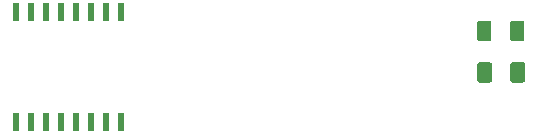
<source format=gbr>
G04 #@! TF.GenerationSoftware,KiCad,Pcbnew,5.0.2+dfsg1-1*
G04 #@! TF.CreationDate,2021-10-12T12:34:50+05:30*
G04 #@! TF.ProjectId,KEYBORD_PCB_V1,4b455942-4f52-4445-9f50-43425f56312e,rev?*
G04 #@! TF.SameCoordinates,Original*
G04 #@! TF.FileFunction,Paste,Bot*
G04 #@! TF.FilePolarity,Positive*
%FSLAX46Y46*%
G04 Gerber Fmt 4.6, Leading zero omitted, Abs format (unit mm)*
G04 Created by KiCad (PCBNEW 5.0.2+dfsg1-1) date Tue 12 Oct 2021 12:34:50 PM IST*
%MOMM*%
%LPD*%
G01*
G04 APERTURE LIST*
%ADD10C,0.100000*%
%ADD11C,1.250000*%
%ADD12R,0.600000X1.500000*%
G04 APERTURE END LIST*
D10*
G04 #@! TO.C,R2*
G36*
X109439504Y-41716204D02*
X109463773Y-41719804D01*
X109487571Y-41725765D01*
X109510671Y-41734030D01*
X109532849Y-41744520D01*
X109553893Y-41757133D01*
X109573598Y-41771747D01*
X109591777Y-41788223D01*
X109608253Y-41806402D01*
X109622867Y-41826107D01*
X109635480Y-41847151D01*
X109645970Y-41869329D01*
X109654235Y-41892429D01*
X109660196Y-41916227D01*
X109663796Y-41940496D01*
X109665000Y-41965000D01*
X109665000Y-43215000D01*
X109663796Y-43239504D01*
X109660196Y-43263773D01*
X109654235Y-43287571D01*
X109645970Y-43310671D01*
X109635480Y-43332849D01*
X109622867Y-43353893D01*
X109608253Y-43373598D01*
X109591777Y-43391777D01*
X109573598Y-43408253D01*
X109553893Y-43422867D01*
X109532849Y-43435480D01*
X109510671Y-43445970D01*
X109487571Y-43454235D01*
X109463773Y-43460196D01*
X109439504Y-43463796D01*
X109415000Y-43465000D01*
X108665000Y-43465000D01*
X108640496Y-43463796D01*
X108616227Y-43460196D01*
X108592429Y-43454235D01*
X108569329Y-43445970D01*
X108547151Y-43435480D01*
X108526107Y-43422867D01*
X108506402Y-43408253D01*
X108488223Y-43391777D01*
X108471747Y-43373598D01*
X108457133Y-43353893D01*
X108444520Y-43332849D01*
X108434030Y-43310671D01*
X108425765Y-43287571D01*
X108419804Y-43263773D01*
X108416204Y-43239504D01*
X108415000Y-43215000D01*
X108415000Y-41965000D01*
X108416204Y-41940496D01*
X108419804Y-41916227D01*
X108425765Y-41892429D01*
X108434030Y-41869329D01*
X108444520Y-41847151D01*
X108457133Y-41826107D01*
X108471747Y-41806402D01*
X108488223Y-41788223D01*
X108506402Y-41771747D01*
X108526107Y-41757133D01*
X108547151Y-41744520D01*
X108569329Y-41734030D01*
X108592429Y-41725765D01*
X108616227Y-41719804D01*
X108640496Y-41716204D01*
X108665000Y-41715000D01*
X109415000Y-41715000D01*
X109439504Y-41716204D01*
X109439504Y-41716204D01*
G37*
D11*
X109040000Y-42590000D03*
D10*
G36*
X112239504Y-41716204D02*
X112263773Y-41719804D01*
X112287571Y-41725765D01*
X112310671Y-41734030D01*
X112332849Y-41744520D01*
X112353893Y-41757133D01*
X112373598Y-41771747D01*
X112391777Y-41788223D01*
X112408253Y-41806402D01*
X112422867Y-41826107D01*
X112435480Y-41847151D01*
X112445970Y-41869329D01*
X112454235Y-41892429D01*
X112460196Y-41916227D01*
X112463796Y-41940496D01*
X112465000Y-41965000D01*
X112465000Y-43215000D01*
X112463796Y-43239504D01*
X112460196Y-43263773D01*
X112454235Y-43287571D01*
X112445970Y-43310671D01*
X112435480Y-43332849D01*
X112422867Y-43353893D01*
X112408253Y-43373598D01*
X112391777Y-43391777D01*
X112373598Y-43408253D01*
X112353893Y-43422867D01*
X112332849Y-43435480D01*
X112310671Y-43445970D01*
X112287571Y-43454235D01*
X112263773Y-43460196D01*
X112239504Y-43463796D01*
X112215000Y-43465000D01*
X111465000Y-43465000D01*
X111440496Y-43463796D01*
X111416227Y-43460196D01*
X111392429Y-43454235D01*
X111369329Y-43445970D01*
X111347151Y-43435480D01*
X111326107Y-43422867D01*
X111306402Y-43408253D01*
X111288223Y-43391777D01*
X111271747Y-43373598D01*
X111257133Y-43353893D01*
X111244520Y-43332849D01*
X111234030Y-43310671D01*
X111225765Y-43287571D01*
X111219804Y-43263773D01*
X111216204Y-43239504D01*
X111215000Y-43215000D01*
X111215000Y-41965000D01*
X111216204Y-41940496D01*
X111219804Y-41916227D01*
X111225765Y-41892429D01*
X111234030Y-41869329D01*
X111244520Y-41847151D01*
X111257133Y-41826107D01*
X111271747Y-41806402D01*
X111288223Y-41788223D01*
X111306402Y-41771747D01*
X111326107Y-41757133D01*
X111347151Y-41744520D01*
X111369329Y-41734030D01*
X111392429Y-41725765D01*
X111416227Y-41719804D01*
X111440496Y-41716204D01*
X111465000Y-41715000D01*
X112215000Y-41715000D01*
X112239504Y-41716204D01*
X112239504Y-41716204D01*
G37*
D11*
X111840000Y-42590000D03*
G04 #@! TD*
D10*
G04 #@! TO.C,R1*
G36*
X109389504Y-38206204D02*
X109413773Y-38209804D01*
X109437571Y-38215765D01*
X109460671Y-38224030D01*
X109482849Y-38234520D01*
X109503893Y-38247133D01*
X109523598Y-38261747D01*
X109541777Y-38278223D01*
X109558253Y-38296402D01*
X109572867Y-38316107D01*
X109585480Y-38337151D01*
X109595970Y-38359329D01*
X109604235Y-38382429D01*
X109610196Y-38406227D01*
X109613796Y-38430496D01*
X109615000Y-38455000D01*
X109615000Y-39705000D01*
X109613796Y-39729504D01*
X109610196Y-39753773D01*
X109604235Y-39777571D01*
X109595970Y-39800671D01*
X109585480Y-39822849D01*
X109572867Y-39843893D01*
X109558253Y-39863598D01*
X109541777Y-39881777D01*
X109523598Y-39898253D01*
X109503893Y-39912867D01*
X109482849Y-39925480D01*
X109460671Y-39935970D01*
X109437571Y-39944235D01*
X109413773Y-39950196D01*
X109389504Y-39953796D01*
X109365000Y-39955000D01*
X108615000Y-39955000D01*
X108590496Y-39953796D01*
X108566227Y-39950196D01*
X108542429Y-39944235D01*
X108519329Y-39935970D01*
X108497151Y-39925480D01*
X108476107Y-39912867D01*
X108456402Y-39898253D01*
X108438223Y-39881777D01*
X108421747Y-39863598D01*
X108407133Y-39843893D01*
X108394520Y-39822849D01*
X108384030Y-39800671D01*
X108375765Y-39777571D01*
X108369804Y-39753773D01*
X108366204Y-39729504D01*
X108365000Y-39705000D01*
X108365000Y-38455000D01*
X108366204Y-38430496D01*
X108369804Y-38406227D01*
X108375765Y-38382429D01*
X108384030Y-38359329D01*
X108394520Y-38337151D01*
X108407133Y-38316107D01*
X108421747Y-38296402D01*
X108438223Y-38278223D01*
X108456402Y-38261747D01*
X108476107Y-38247133D01*
X108497151Y-38234520D01*
X108519329Y-38224030D01*
X108542429Y-38215765D01*
X108566227Y-38209804D01*
X108590496Y-38206204D01*
X108615000Y-38205000D01*
X109365000Y-38205000D01*
X109389504Y-38206204D01*
X109389504Y-38206204D01*
G37*
D11*
X108990000Y-39080000D03*
D10*
G36*
X112189504Y-38206204D02*
X112213773Y-38209804D01*
X112237571Y-38215765D01*
X112260671Y-38224030D01*
X112282849Y-38234520D01*
X112303893Y-38247133D01*
X112323598Y-38261747D01*
X112341777Y-38278223D01*
X112358253Y-38296402D01*
X112372867Y-38316107D01*
X112385480Y-38337151D01*
X112395970Y-38359329D01*
X112404235Y-38382429D01*
X112410196Y-38406227D01*
X112413796Y-38430496D01*
X112415000Y-38455000D01*
X112415000Y-39705000D01*
X112413796Y-39729504D01*
X112410196Y-39753773D01*
X112404235Y-39777571D01*
X112395970Y-39800671D01*
X112385480Y-39822849D01*
X112372867Y-39843893D01*
X112358253Y-39863598D01*
X112341777Y-39881777D01*
X112323598Y-39898253D01*
X112303893Y-39912867D01*
X112282849Y-39925480D01*
X112260671Y-39935970D01*
X112237571Y-39944235D01*
X112213773Y-39950196D01*
X112189504Y-39953796D01*
X112165000Y-39955000D01*
X111415000Y-39955000D01*
X111390496Y-39953796D01*
X111366227Y-39950196D01*
X111342429Y-39944235D01*
X111319329Y-39935970D01*
X111297151Y-39925480D01*
X111276107Y-39912867D01*
X111256402Y-39898253D01*
X111238223Y-39881777D01*
X111221747Y-39863598D01*
X111207133Y-39843893D01*
X111194520Y-39822849D01*
X111184030Y-39800671D01*
X111175765Y-39777571D01*
X111169804Y-39753773D01*
X111166204Y-39729504D01*
X111165000Y-39705000D01*
X111165000Y-38455000D01*
X111166204Y-38430496D01*
X111169804Y-38406227D01*
X111175765Y-38382429D01*
X111184030Y-38359329D01*
X111194520Y-38337151D01*
X111207133Y-38316107D01*
X111221747Y-38296402D01*
X111238223Y-38278223D01*
X111256402Y-38261747D01*
X111276107Y-38247133D01*
X111297151Y-38234520D01*
X111319329Y-38224030D01*
X111342429Y-38215765D01*
X111366227Y-38209804D01*
X111390496Y-38206204D01*
X111415000Y-38205000D01*
X112165000Y-38205000D01*
X112189504Y-38206204D01*
X112189504Y-38206204D01*
G37*
D11*
X111790000Y-39080000D03*
G04 #@! TD*
D12*
G04 #@! TO.C,U1*
X78285000Y-46790000D03*
X77015000Y-46790000D03*
X75745000Y-46790000D03*
X74475000Y-46790000D03*
X73205000Y-46790000D03*
X71935000Y-46790000D03*
X70665000Y-46790000D03*
X69395000Y-46790000D03*
X69395000Y-37490000D03*
X70665000Y-37490000D03*
X71935000Y-37490000D03*
X73205000Y-37490000D03*
X74475000Y-37490000D03*
X75745000Y-37490000D03*
X77015000Y-37490000D03*
X78285000Y-37490000D03*
G04 #@! TD*
M02*

</source>
